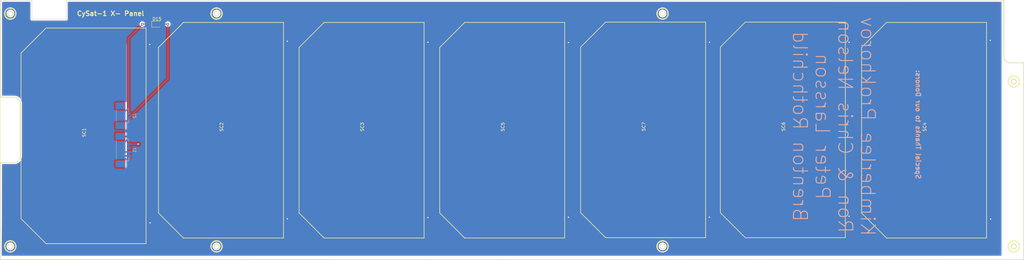
<source format=kicad_pcb>
(kicad_pcb (version 20211014) (generator pcbnew)
  (title_block (title "CySat X- Panel") (date "2022-06-23") (rev "4") (company "Iowa State University") (comment 1 "Matthew E. Nelson"))
  (layers (0 "F.Cu" signal) (31 "B.Cu" signal) (34 "B.Paste" user) (35 "F.Paste" user) (36 "B.SilkS" user "B.Silkscreen") (37 "F.SilkS" user "F.Silkscreen") (38 "B.Mask" user) (39 "F.Mask" user) (44 "Edge.Cuts" user))
  (net 0 "")
  (net 1 "VSS")
  (net 2 "VCC")
  (net 3 "Net-(D15-Pad1)")
  (net 4 "Net-(D15-Pad2)")
  (footprint "Diode_SMD:D_0805_2012Metric" (layer "F.Cu") (at 103.1 108.8)
    (fp_text reference "D15" (at 0 -1.65) (layer "F.SilkS"))
    (fp_text value "D_Photo")
    (fp_line (start 1 -0.96) (end -1.685 -0.96) (layer "F.SilkS") (width 0.12))
    (fp_line (start -1.685 0.96) (end 1 0.96) (layer "F.SilkS") (width 0.12))
    (fp_line (start -1.685 -0.96) (end -1.685 0.96) (layer "F.SilkS") (width 0.12))
    (pad "1" smd roundrect locked (at -0.9375 0) (size 0.975 1.4) (layers "F.Cu" "F.Paste" "F.Mask") (net 3 "Net-(D15-Pad1)"))
    (pad "2" smd roundrect locked (at 0.9375 0) (size 0.975 1.4) (layers "F.Cu" "F.Paste" "F.Mask") (net 4 "Net-(D15-Pad2)"))
  )
  (footprint "CySat:Spectrolabs_UTJ" (layer "F.Cu") (at 80.3 143.5 90)
    (fp_text reference "SC1" (at 0 -0.5 90 unlocked) (layer "F.SilkS"))
    (fp_text value "Solar_Cell")
    (fp_line (start -35.56 19.3) (end -35.56 -12.7) (layer "F.SilkS") (width 0.2))
    (fp_line (start -27.56 -20.7) (end 25.44 -20.7) (layer "F.SilkS") (width 0.2))
    (fp_line (start 25.44 -20.7) (end 33.44 -12.7) (layer "F.SilkS") (width 0.2))
    (fp_line (start -35.56 -12.7) (end -27.56 -20.7) (layer "F.SilkS") (width 0.2))
    (fp_line (start 33.44 19.3) (end -35.56 19.3) (layer "F.SilkS") (width 0.2))
    (fp_line (start 33.44 -12.7) (end 33.44 19.3) (layer "F.SilkS") (width 0.2))
    (pad "1" smd rect (at -1.27 0 90) (size 58.42 25.4) (layers "F.Cu" "F.Paste" "F.Mask") (net 2 "VCC"))
    (pad "2" smd rect (at -25.52 20.5 270) (size 2.5 2.5) (layers "F.Cu" "F.Paste" "F.Mask") (net 1 "VSS"))
    (pad "2" smd rect (at 18.48 20.5 270) (size 2.5 2.5) (layers "F.Cu" "F.Paste" "F.Mask") (net 1 "VSS"))
    (pad "2" smd rect (at -20.52 20.5 270) (size 2.5 2.5) (layers "F.Cu" "F.Paste" "F.Mask") (net 1 "VSS"))
    (pad "2" smd rect (at 23.48 20.5 270) (size 2.5 2.5) (layers "F.Cu" "F.Paste" "F.Mask") (net 1 "VSS"))
    (pad "3" smd rect (at 0.88 20.5 270) (size 2.5 2.5) (layers "F.Cu" "F.Paste" "F.Mask"))
    (pad "3" smd rect (at -3.12 20.5 270) (size 2.5 2.5) (layers "F.Cu" "F.Paste" "F.Mask"))
  )
  (footprint "CySat:Spectrolabs_UTJ" (layer "F.Cu") (at 124.3 141.7 90)
    (fp_text reference "SC2" (at 0 -0.5 90 unlocked) (layer "F.SilkS"))
    (fp_text value "Solar_Cell")
    (fp_line (start -35.56 19.3) (end -35.56 -12.7) (layer "F.SilkS") (width 0.2))
    (fp_line (start 25.44 -20.7) (end 33.44 -12.7) (layer "F.SilkS") (width 0.2))
    (fp_line (start 33.44 -12.7) (end 33.44 19.3) (layer "F.SilkS") (width 0.2))
    (fp_line (start 33.44 19.3) (end -35.56 19.3) (layer "F.SilkS") (width 0.2))
    (fp_line (start -27.56 -20.7) (end 25.44 -20.7) (layer "F.SilkS") (width 0.2))
    (fp_line (start -35.56 -12.7) (end -27.56 -20.7) (layer "F.SilkS") (width 0.2))
    (pad "1" smd rect (at -1.27 0 90) (size 58.42 25.4) (layers "F.Cu" "F.Paste" "F.Mask") (net 2 "VCC"))
    (pad "2" smd rect (at 23.48 20.5 270) (size 2.5 2.5) (layers "F.Cu" "F.Paste" "F.Mask") (net 1 "VSS"))
    (pad "2" smd rect (at -20.52 20.5 270) (size 2.5 2.5) (layers "F.Cu" "F.Paste" "F.Mask") (net 1 "VSS"))
    (pad "2" smd rect (at 18.48 20.5 270) (size 2.5 2.5) (layers "F.Cu" "F.Paste" "F.Mask") (net 1 "VSS"))
    (pad "2" smd rect (at -25.52 20.5 270) (size 2.5 2.5) (layers "F.Cu" "F.Paste" "F.Mask") (net 1 "VSS"))
    (pad "3" smd rect (at -3.12 20.5 270) (size 2.5 2.5) (layers "F.Cu" "F.Paste" "F.Mask"))
    (pad "3" smd rect (at 0.88 20.5 270) (size 2.5 2.5) (layers "F.Cu" "F.Paste" "F.Mask"))
  )
  (footprint "CySat:Spectrolabs_UTJ" (layer "F.Cu") (at 169.3 141.7 90)
    (fp_text reference "SC3" (at 0 -0.5 90 unlocked) (layer "F.SilkS"))
    (fp_text value "Solar_Cell")
    (fp_line (start 25.44 -20.7) (end 33.44 -12.7) (layer "F.SilkS") (width 0.2))
    (fp_line (start -35.56 -12.7) (end -27.56 -20.7) (layer "F.SilkS") (width 0.2))
    (fp_line (start -35.56 19.3) (end -35.56 -12.7) (layer "F.SilkS") (width 0.2))
    (fp_line (start 33.44 19.3) (end -35.56 19.3) (layer "F.SilkS") (width 0.2))
    (fp_line (start -27.56 -20.7) (end 25.44 -20.7) (layer "F.SilkS") (width 0.2))
    (fp_line (start 33.44 -12.7) (end 33.44 19.3) (layer "F.SilkS") (width 0.2))
    (pad "1" smd rect (at -1.27 0 90) (size 58.42 25.4) (layers "F.Cu" "F.Paste" "F.Mask") (net 2 "VCC"))
    (pad "2" smd rect (at 23.48 20.5 270) (size 2.5 2.5) (layers "F.Cu" "F.Paste" "F.Mask") (net 1 "VSS"))
    (pad "2" smd rect (at 18.48 20.5 270) (size 2.5 2.5) (layers "F.Cu" "F.Paste" "F.Mask") (net 1 "VSS"))
    (pad "2" smd rect (at -20.52 20.5 270) (size 2.5 2.5) (layers "F.Cu" "F.Paste" "F.Mask") (net 1 "VSS"))
    (pad "2" smd rect (at -25.52 20.5 270) (size 2.5 2.5) (layers "F.Cu" "F.Paste" "F.Mask") (net 1 "VSS"))
    (pad "3" smd rect (at 0.88 20.5 270) (size 2.5 2.5) (layers "F.Cu" "F.Paste" "F.Mask"))
    (pad "3" smd rect (at -3.12 20.5 270) (size 2.5 2.5) (layers "F.Cu" "F.Paste" "F.Mask"))
  )
  (footprint "CySat:Spectrolabs_UTJ" (layer "F.Cu") (at 349.3 141.7 90)
    (fp_text reference "SC4" (at 0 -0.5 90 unlocked) (layer "F.SilkS"))
    (fp_text value "Solar_Cell")
    (fp_line (start -27.56 -20.7) (end 25.44 -20.7) (layer "F.SilkS") (width 0.2))
    (fp_line (start 33.44 19.3) (end -35.56 19.3) (layer "F.SilkS") (width 0.2))
    (fp_line (start -35.56 -12.7) (end -27.56 -20.7) (layer "F.SilkS") (width 0.2))
    (fp_line (start 33.44 -12.7) (end 33.44 19.3) (layer "F.SilkS") (width 0.2))
    (fp_line (start -35.56 19.3) (end -35.56 -12.7) (layer "F.SilkS") (width 0.2))
    (fp_line (start 25.44 -20.7) (end 33.44 -12.7) (layer "F.SilkS") (width 0.2))
    (pad "1" smd rect (at -1.27 0 90) (size 58.42 25.4) (layers "F.Cu" "F.Paste" "F.Mask") (net 2 "VCC"))
    (pad "2" smd rect (at -25.52 20.5 270) (size 2.5 2.5) (layers "F.Cu" "F.Paste" "F.Mask") (net 1 "VSS"))
    (pad "2" smd rect (at 18.48 20.5 270) (size 2.5 2.5) (layers "F.Cu" "F.Paste" "F.Mask") (net 1 "VSS"))
    (pad "2" smd rect (at -20.52 20.5 270) (size 2.5 2.5) (layers "F.Cu" "F.Paste" "F.Mask") (net 1 "VSS"))
    (pad "2" smd rect (at 23.48 20.5 270) (size 2.5 2.5) (layers "F.Cu" "F.Paste" "F.Mask") (net 1 "VSS"))
    (pad "3" smd rect (at 0.88 20.5 270) (size 2.5 2.5) (layers "F.Cu" "F.Paste" "F.Mask"))
    (pad "3" smd rect (at -3.12 20.5 270) (size 2.5 2.5) (layers "F.Cu" "F.Paste" "F.Mask"))
  )
  (footprint "CySat:Spectrolabs_UTJ" (layer "F.Cu") (at 214.3 141.7 90)
    (fp_text reference "SC5" (at 0 -0.5 90 unlocked) (layer "F.SilkS"))
    (fp_text value "Solar_Cell")
    (fp_line (start 33.44 -12.7) (end 33.44 19.3) (layer "F.SilkS") (width 0.2))
    (fp_line (start 25.44 -20.7) (end 33.44 -12.7) (layer "F.SilkS") (width 0.2))
    (fp_line (start -35.56 19.3) (end -35.56 -12.7) (layer "F.SilkS") (width 0.2))
    (fp_line (start -27.56 -20.7) (end 25.44 -20.7) (layer "F.SilkS") (width 0.2))
    (fp_line (start 33.44 19.3) (end -35.56 19.3) (layer "F.SilkS") (width 0.2))
    (fp_line (start -35.56 -12.7) (end -27.56 -20.7) (layer "F.SilkS") (width 0.2))
    (pad "1" smd rect (at -1.27 0 90) (size 58.42 25.4) (layers "F.Cu" "F.Paste" "F.Mask") (net 2 "VCC"))
    (pad "2" smd rect (at -25.52 20.5 270) (size 2.5 2.5) (layers "F.Cu" "F.Paste" "F.Mask") (net 1 "VSS"))
    (pad "2" smd rect (at 18.48 20.5 270) (size 2.5 2.5) (layers "F.Cu" "F.Paste" "F.Mask") (net 1 "VSS"))
    (pad "2" smd rect (at 23.48 20.5 270) (size 2.5 2.5) (layers "F.Cu" "F.Paste" "F.Mask") (net 1 "VSS"))
    (pad "2" smd rect (at -20.52 20.5 270) (size 2.5 2.5) (layers "F.Cu" "F.Paste" "F.Mask") (net 1 "VSS"))
    (pad "3" smd rect (at -3.12 20.5 270) (size 2.5 2.5) (layers "F.Cu" "F.Paste" "F.Mask"))
    (pad "3" smd rect (at 0.88 20.5 270) (size 2.5 2.5) (layers "F.Cu" "F.Paste" "F.Mask"))
  )
  (footprint "CySat:Spectrolabs_UTJ" (layer "F.Cu") (at 304.1 141.6 90)
    (fp_text reference "SC6" (at 0 -0.5 90 unlocked) (layer "F.SilkS"))
    (fp_text value "Solar_Cell")
    (fp_line (start 33.44 19.3) (end -35.56 19.3) (layer "F.SilkS") (width 0.2))
    (fp_line (start 33.44 -12.7) (end 33.44 19.3) (layer "F.SilkS") (width 0.2))
    (fp_line (start -35.56 19.3) (end -35.56 -12.7) (layer "F.SilkS") (width 0.2))
    (fp_line (start -27.56 -20.7) (end 25.44 -20.7) (layer "F.SilkS") (width 0.2))
    (fp_line (start -35.56 -12.7) (end -27.56 -20.7) (layer "F.SilkS") (width 0.2))
    (fp_line (start 25.44 -20.7) (end 33.44 -12.7) (layer "F.SilkS") (width 0.2))
    (pad "1" smd rect (at -1.27 0 90) (size 58.42 25.4) (layers "F.Cu" "F.Paste" "F.Mask") (net 2 "VCC"))
    (pad "2" smd rect (at 18.48 20.5 270) (size 2.5 2.5) (layers "F.Cu" "F.Paste" "F.Mask") (net 1 "VSS"))
    (pad "2" smd rect (at -25.52 20.5 270) (size 2.5 2.5) (layers "F.Cu" "F.Paste" "F.Mask") (net 1 "VSS"))
    (pad "2" smd rect (at -20.52 20.5 270) (size 2.5 2.5) (layers "F.Cu" "F.Paste" "F.Mask") (net 1 "VSS"))
    (pad "2" smd rect (at 23.48 20.5 270) (size 2.5 2.5) (layers "F.Cu" "F.Paste" "F.Mask") (net 1 "VSS"))
    (pad "3" smd rect (at -3.12 20.5 270) (size 2.5 2.5) (layers "F.Cu" "F.Paste" "F.Mask"))
    (pad "3" smd rect (at 0.88 20.5 270) (size 2.5 2.5) (layers "F.Cu" "F.Paste" "F.Mask"))
  )
  (footprint "CySat:Spectrolabs_UTJ" (layer "F.Cu") (at 259.4 141.6 90)
    (fp_text reference "SC7" (at 0 -0.5 90 unlocked) (layer "F.SilkS"))
    (fp_text value "Solar_Cell")
    (fp_line (start -35.56 -12.7) (end -27.56 -20.7) (layer "F.SilkS") (width 0.2))
    (fp_line (start -27.56 -20.7) (end 25.44 -20.7) (layer "F.SilkS") (width 0.2))
    (fp_line (start 33.44 -12.7) (end 33.44 19.3) (layer "F.SilkS") (width 0.2))
    (fp_line (start -35.56 19.3) (end -35.56 -12.7) (layer "F.SilkS") (width 0.2))
    (fp_line (start 33.44 19.3) (end -35.56 19.3) (layer "F.SilkS") (width 0.2))
    (fp_line (start 25.44 -20.7) (end 33.44 -12.7) (layer "F.SilkS") (width 0.2))
    (pad "1" smd rect (at -1.27 0 90) (size 58.42 25.4) (layers "F.Cu" "F.Paste" "F.Mask") (net 2 "VCC"))
    (pad "2" smd rect (at -20.52 20.5 270) (size 2.5 2.5) (layers "F.Cu" "F.Paste" "F.Mask") (net 1 "VSS"))
    (pad "2" smd rect (at 23.48 20.5 270) (size 2.5 2.5) (layers "F.Cu" "F.Paste" "F.Mask") (net 1 "VSS"))
    (pad "2" smd rect (at 18.48 20.5 270) (size 2.5 2.5) (layers "F.Cu" "F.Paste" "F.Mask") (net 1 "VSS"))
    (pad "2" smd rect (at -25.52 20.5 270) (size 2.5 2.5) (layers "F.Cu" "F.Paste" "F.Mask") (net 1 "VSS"))
    (pad "3" smd rect (at 0.88 20.5 270) (size 2.5 2.5) (layers "F.Cu" "F.Paste" "F.Mask"))
    (pad "3" smd rect (at -3.12 20.5 270) (size 2.5 2.5) (layers "F.Cu" "F.Paste" "F.Mask"))
  )
  (footprint "Connector_Molex:Molex_PicoBlade_53398-0471_1x04-1MP_P1.25mm_Vertical" (layer "B.Cu") (at 92.83 149.1 90)
    (fp_text reference "J1" (at 0 3.1 90) (layer "B.SilkS") (effects (justify mirror)))
    (fp_text value "Conn_01x04")
    (fp_line (start 3.485 0.26) (end 3.485 1.21) (layer "B.SilkS") (width 0.12))
    (fp_line (start -3.115 -2.71) (end 3.115 -2.71) (layer "B.SilkS") (width 0.12))
    (fp_line (start 3.485 1.21) (end 2.535 1.21) (layer "B.SilkS") (width 0.12))
    (fp_line (start -2.535 1.21) (end -2.535 1.9) (layer "B.SilkS") (width 0.12))
    (fp_line (start -3.485 1.21) (end -2.535 1.21) (layer "B.SilkS") (width 0.12))
    (fp_line (start -3.485 0.26) (end -3.485 1.21) (layer "B.SilkS") (width 0.12))
    (pad "1" smd roundrect locked (at -1.875 1.25 90) (size 0.8 1.3) (layers "B.Cu" "B.Paste" "B.Mask") (net 1 "VSS"))
    (pad "2" smd roundrect locked (at -0.625 1.25 90) (size 0.8 1.3) (layers "B.Cu" "B.Paste" "B.Mask") (net 1 "VSS"))
    (pad "3" smd roundrect locked (at 0.625 1.25 90) (size 0.8 1.3) (layers "B.Cu" "B.Paste" "B.Mask") (net 2 "VCC"))
    (pad "4" smd roundrect locked (at 1.875 1.25 90) (size 0.8 1.3) (layers "B.Cu" "B.Paste" "B.Mask") (net 2 "VCC"))
    (pad "MP" smd roundrect locked (at -4.425 -1.5 90) (size 2.1 3) (layers "B.Cu" "B.Paste" "B.Mask") (roundrect_rratio 0.119047619))
    (pad "MP" smd roundrect locked (at 4.425 -1.5 90) (size 2.1 3) (layers "B.Cu" "B.Paste" "B.Mask") (roundrect_rratio 0.119047619))
  )
  (footprint "Connector_Molex:Molex_PicoBlade_53398-0271_1x02-1MP_P1.25mm_Vertical" (layer "B.Cu") (at 92.83 138.1 90)
    (fp_text reference "J2" (at 0 3.1 90) (layer "B.SilkS") (effects (justify mirror)))
    (fp_text value "Conn_01x02")
    (fp_line (start 2.235 1.21) (end 1.285 1.21) (layer "B.SilkS") (width 0.12))
    (fp_line (start -2.235 1.21) (end -1.285 1.21) (layer "B.SilkS") (width 0.12))
    (fp_line (start -1.865 -2.71) (end 1.865 -2.71) (layer "B.SilkS") (width 0.12))
    (fp_line (start -2.235 0.26) (end -2.235 1.21) (layer "B.SilkS") (width 0.12))
    (fp_line (start -1.285 1.21) (end -1.285 1.9) (layer "B.SilkS") (width 0.12))
    (fp_line (start 2.235 0.26) (end 2.235 1.21) (layer "B.SilkS") (width 0.12))
    (pad "1" smd roundrect locked (at -0.625 1.25 90) (size 0.8 1.3) (layers "B.Cu" "B.Paste" "B.Mask") (net 4 "Net-(D15-Pad2)"))
    (pad "2" smd roundrect locked (at 0.625 1.25 90) (size 0.8 1.3) (layers "B.Cu" "B.Paste" "B.Mask") (net 3 "Net-(D15-Pad1)"))
    (pad "MP" smd roundrect locked (at -3.175 -1.5 90) (size 2.1 3) (layers "B.Cu" "B.Paste" "B.Mask") (roundrect_rratio 0.119047619))
    (pad "MP" smd roundrect locked (at 3.175 -1.5 90) (size 2.1 3) (layers "B.Cu" "B.Paste" "B.Mask") (roundrect_rratio 0.119047619))
  )
  (gr_arc (start 376.596555 127.663828) (mid 376.454123 127.238769) (end 376.543303 126.799442) (layer "F.SilkS") (width 0.2))
  (gr_arc (start 122.925509 179.502504) (mid 123.041535 179.935517) (end 122.925509 180.36853) (layer "F.SilkS") (width 0.2))
  (gr_arc (start 56.558265 179.162154) (mid 56.892729 179.460643) (end 57.033139 179.886374) (layer "F.SilkS") (width 0.2))
  (gr_line (start 380.493509 121.185517) (end 380.493509 184.185517) (layer "F.SilkS") (width 0.2))
  (gr_arc (start 264.92351 104.569492) (mid 265.356522 104.685518) (end 265.673509 105.002505) (layer "F.SilkS") (width 0.2))
  (gr_arc (start 122.17551 179.069492) (mid 122.608522 179.185518) (end 122.925509 179.502505) (layer "F.SilkS") (width 0.2))
  (gr_line (start 52.993524 153.185517) (end 57.343501 153.185517) (layer "F.SilkS") (width 0.2))
  (gr_circle (center 377.318509 179.935517) (end 379.218509 179.935517) (layer "F.SilkS") (width 0.2) (fill none))
  (gr_arc (start 122.925509 105.002504) (mid 123.041535 105.435517) (end 122.925509 105.86853) (layer "F.SilkS") (width 0.2))
  (gr_arc (start 55.388137 105.059992) (mid 55.680449 104.720117) (end 56.103537 104.571933) (layer "F.SilkS") (width 0.2))
  (gr_arc (start 264.173509 105.002504) (mid 264.490496 104.685517) (end 264.923509 104.569492) (layer "F.SilkS") (width 0.2))
  (gr_line (start 59.343505 134.18551) (end 59.343505 151.185517) (layer "F.SilkS") (width 0.2))
  (gr_arc (start 121.425509 179.502504) (mid 121.742496 179.185517) (end 122.175509 179.069492) (layer "F.SilkS") (width 0.2))
  (gr_arc (start 264.17351 180.36853) (mid 264.057484 179.935518) (end 264.173509 179.502505) (layer "F.SilkS") (width 0.2))
  (gr_arc (start 122.92551 180.36853) (mid 122.608522 180.685518) (end 122.175509 180.801543) (layer "F.SilkS") (width 0.2))
  (gr_arc (start 265.67351 180.36853) (mid 265.356522 180.685518) (end 264.923509 180.801543) (layer "F.SilkS") (width 0.2))
  (gr_circle (center 264.923509 105.435517) (end 266.823509 105.435517) (layer "F.SilkS") (width 0.2) (fill none))
  (gr_arc (start 121.42551 105.86853) (mid 121.309484 105.435518) (end 121.425509 105.002505) (layer "F.SilkS") (width 0.2))
  (gr_circle (center 122.175509 105.435517) (end 123.885509 105.435517) (layer "F.SilkS") (width 0.2) (fill none))
  (gr_arc (start 122.92551 105.86853) (mid 122.608522 106.185518) (end 122.175509 106.301543) (layer "F.SilkS") (width 0.2))
  (gr_circle (center 56.168509 105.435517) (end 58.068509 105.435517) (layer "F.SilkS") (width 0.2) (fill none))
  (gr_arc (start 56.103537 104.571932) (mid 56.544034 104.655144) (end 56.88391 104.947457) (layer "F.SilkS") (width 0.2))
  (gr_arc (start 57.033139 179.886374) (mid 56.941872 180.325273) (end 56.643383 180.659737) (layer "F.SilkS") (width 0.2))
  (gr_arc (start 264.923509 180.801543) (mid 264.490496 180.685518) (end 264.173509 180.36853) (layer "F.SilkS") (width 0.2))
  (gr_circle (center 264.923509 179.935517) (end 266.633509 179.935517) (layer "F.SilkS") (width 0.2) (fill none))
  (gr_arc (start 55.45311 105.923577) (mid 55.304925 105.50049) (end 55.388137 105.059993) (layer "F.SilkS") (width 0.2))
  (gr_circle (center 122.175509 179.935517) (end 123.885509 179.935517) (layer "F.SilkS") (width 0.2) (fill none))
  (gr_line (start 52.993524 132.18551) (end 57.343501 132.18551) (layer "F.SilkS") (width 0.2))
  (gr_arc (start 377.907182 180.570705) (mid 377.510721 180.779942) (end 377.062757 180.762917) (layer "F.SilkS") (width 0.2))
  (gr_circle (center 56.168509 179.935517) (end 57.878509 179.935517) (layer "F.SilkS") (width 0.2) (fill none))
  (gr_arc (start 56.643383 180.659737) (mid 56.217652 180.800147) (end 55.778753 180.70888) (layer "F.SilkS") (width 0.2))
  (gr_arc (start 377.265257 126.32113) (mid 377.704585 126.41031) (end 378.040464 126.707206) (layer "F.SilkS") (width 0.2))
  (gr_arc (start 55.778754 180.708879) (mid 55.44429 180.410391) (end 55.30388 179.98466) (layer "F.SilkS") (width 0.2))
  (gr_line (start 52.993524 132.185517) (end 52.993524 153.185517) (layer "F.SilkS") (width 0.2))
  (gr_arc (start 378.040464 126.707206) (mid 378.182896 127.132265) (end 378.093716 127.571593) (layer "F.SilkS") (width 0.2))
  (gr_arc (start 59.343509 151.185517) (mid 58.757723 152.599731) (end 57.343509 153.185517) (layer "F.SilkS") (width 0.2))
  (gr_arc (start 378.093716 127.571593) (mid 377.79682 127.907472) (end 377.371761 128.049904) (layer "F.SilkS") (width 0.2))
  (gr_arc (start 122.17551 104.569492) (mid 122.608522 104.685518) (end 122.925509 105.002505) (layer "F.SilkS") (width 0.2))
  (gr_arc (start 376.474084 180.127729) (mid 376.49111 179.679765) (end 376.729836 179.300329) (layer "F.SilkS") (width 0.2))
  (gr_arc (start 56.233482 106.299102) (mid 55.792985 106.21589) (end 55.453109 105.923578) (layer "F.SilkS") (width 0.2))
  (gr_arc (start 265.673509 105.002504) (mid 265.789535 105.435517) (end 265.673509 105.86853) (layer "F.SilkS") (width 0.2))
  (gr_arc (start 377.371761 128.049903) (mid 376.932434 127.960723) (end 376.596555 127.663828) (layer "F.SilkS") (width 0.2))
  (gr_arc (start 121.42551 180.36853) (mid 121.309484 179.935518) (end 121.425509 179.502505) (layer "F.SilkS") (width 0.2))
  (gr_line (start 52.993524 184.185517) (end 52.993524 153.185517) (layer "F.SilkS") (width 0.2))
  (gr_circle (center 56.168509 179.935517) (end 58.068509 179.935517) (layer "F.SilkS") (width 0.2) (fill none))
  (gr_arc (start 376.143509 121.185517) (mid 374.729295 120.599731) (end 374.143509 119.185517) (layer "F.SilkS") (width 0.2))
  (gr_arc (start 264.17351 105.86853) (mid 264.057484 105.435518) (end 264.173509 105.002505) (layer "F.SilkS") (width 0.2))
  (gr_circle (center 264.923509 105.435517) (end 266.633509 105.435517) (layer "F.SilkS") (width 0.2) (fill none))
  (gr_arc (start 122.175509 106.301543) (mid 121.742496 106.185518) (end 121.425509 105.86853) (layer "F.SilkS") (width 0.2))
  (gr_arc (start 376.729836 179.300328) (mid 377.126298 179.091091) (end 377.574262 179.108117) (layer "F.SilkS") (width 0.2))
  (gr_arc (start 264.173509 179.502504) (mid 264.490496 179.185517) (end 264.923509 179.069492) (layer "F.SilkS") (width 0.2))
  (gr_arc (start 122.175509 180.801543) (mid 121.742496 180.685518) (end 121.425509 180.36853) (layer "F.SilkS") (width 0.2))
  (gr_line (start 380.493509 121.185517) (end 376.143509 121.185517) (layer "F.SilkS") (width 0.2))
  (gr_arc (start 56.948882 105.811041) (mid 56.65657 106.150917) (end 56.233482 106.299102) (layer "F.SilkS") (width 0.2))
  (gr_arc (start 121.425509 105.002504) (mid 121.742496 104.685517) (end 122.175509 104.569492) (layer "F.SilkS") (width 0.2))
  (gr_line (start 380.493509 184.185517) (end 52.993524 184.185517) (layer "F.SilkS") (width 0.2))
  (gr_line (start 374.14351 101.185518) (end 374.14351 119.185517) (layer "F.SilkS") (width 0.2))
  (gr_circle (center 264.923509 179.935517) (end 266.823509 179.935517) (layer "F.SilkS") (width 0.2) (fill none))
  (gr_arc (start 57.343509 132.185509) (mid 58.757723 132.771295) (end 59.343509 134.185509) (layer "F.SilkS") (width 0.2))
  (gr_arc (start 377.574262 179.108117) (mid 377.953698 179.346844) (end 378.162935 179.743306) (layer "F.SilkS") (width 0.2))
  (gr_arc (start 377.062757 180.762917) (mid 376.683321 180.52419) (end 376.474084 180.127729) (layer "F.SilkS") (width 0.2))
  (gr_arc (start 56.88391 104.947457) (mid 57.032094 105.370545) (end 56.948882 105.811042) (layer "F.SilkS") (width 0.2))
  (gr_circle (center 122.175509 105.435517) (end 124.075509 105.435517) (layer "F.SilkS") (width 0.2) (fill none))
  (gr_arc (start 376.543303 126.799441) (mid 376.840199 126.463562) (end 377.265258 126.321131) (layer "F.SilkS") (width 0.2))
  (gr_arc (start 265.673509 179.502504) (mid 265.789535 179.935517) (end 265.673509 180.36853) (layer "F.SilkS") (width 0.2))
  (gr_circle (center 122.175509 179.935517) (end 124.075509 179.935517) (layer "F.SilkS") (width 0.2) (fill none))
  (gr_arc (start 55.693635 179.211296) (mid 56.119367 179.070886) (end 56.558266 179.162154) (layer "F.SilkS") (width 0.2))
  (gr_circle (center 377.318509 127.185517) (end 379.218509 127.185517) (layer "F.SilkS") (width 0.2) (fill none))
  (gr_arc (start 55.30388 179.984659) (mid 55.395147 179.545761) (end 55.693636 179.211297) (layer "F.SilkS") (width 0.2))
  (gr_arc (start 378.162935 179.743304) (mid 378.14591 180.191269) (end 377.907183 180.570705) (layer "F.SilkS") (width 0.2))
  (gr_circle (center 377.318509 127.185517) (end 379.028509 127.185517) (layer "F.SilkS") (width 0.2) (fill none))
  (gr_circle (center 56.168509 105.435517) (end 57.878509 105.435517) (layer "F.SilkS") (width 0.2) (fill none))
  (gr_line (start 52.993524 132.18551) (end 52.993524 101.185518) (layer "F.SilkS") (width 0.2))
  (gr_arc (start 264.92351 179.069492) (mid 265.356522 179.185518) (end 265.673509 179.502505) (layer "F.SilkS") (width 0.2))
  (gr_circle (center 377.318509 179.935517) (end 379.028509 179.935517) (layer "F.SilkS") (width 0.2) (fill none))
  (gr_line (start 380.482 121.1905) (end 380.482 184.246) (layer "Edge.Cuts") (width 0.15))
  (gr_line (start 74.08 101.18) (end 374.1955 101.188) (layer "Edge.Cuts") (width 0.15))
  (gr_circle (center 56.1875 179.9153) (end 56.1621 179.1406) (layer "Edge.Cuts") (width 0.15) (fill none))
  (gr_line (start 53.076 153.131) (end 57.394 153.131) (layer "Edge.Cuts") (width 0.15))
  (gr_circle (center 56.2002 105.4044) (end 56.2256 104.6297) (layer "Edge.Cuts") (width 0.15) (fill none))
  (gr_arc (start 59.426 151.099) (mid 58.830841 152.535841) (end 57.394 153.131) (layer "Edge.Cuts") (width 0.15))
  (gr_line (start 74.08 107.2) (end 74.08 101.18) (layer "Edge.Cuts") (width 0.15))
  (gr_arc (start 57.521 132.176) (mid 58.868038 132.733962) (end 59.426 134.081) (layer "Edge.Cuts") (width 0.15))
  (gr_line (start 53.076 132.176) (end 53.076 101.188) (layer "Edge.Cuts") (width 0.15))
  (gr_line (start 59.426 151.099) (end 59.426 134.081) (layer "Edge.Cuts") (width 0.15))
  (gr_line (start 63.07 107.2) (end 74.08 107.2) (layer "Edge.Cuts") (width 0.15))
  (gr_line (start 63.08 101.19) (end 63.07 107.2) (layer "Edge.Cuts") (width 0.15))
  (gr_line (start 52.949 184.119) (end 53.076 153.131) (layer "Edge.Cuts") (width 0.15))
  (gr_circle (center 377.307 127.223) (end 377.2943 126.4483) (layer "Edge.Cuts") (width 0.15) (fill none))
  (gr_line (start 374.1955 101.188) (end 374.132 119.4125) (layer "Edge.Cuts") (width 0.15))
  (gr_circle (center 264.9247 105.4044) (end 264.8993 104.6297) (layer "Edge.Cuts") (width 0.15) (fill none))
  (gr_circle (center 264.912 179.928) (end 265.3184 179.2676) (layer "Edge.Cuts") (width 0.15) (fill none))
  (gr_arc (start 375.91 121.1905) (mid 374.652764 120.669736) (end 374.132 119.4125) (layer "Edge.Cuts") (width 0.15))
  (gr_line (start 375.91 121.1905) (end 380.482 121.1905) (layer "Edge.Cuts") (width 0.15))
  (gr_line (start 57.521 132.176) (end 53.076 132.176) (layer "Edge.Cuts") (width 0.15))
  (gr_circle (center 122.1513 179.928) (end 122.3926 179.1914) (layer "Edge.Cuts") (width 0.15) (fill none))
  (gr_line (start 380.482 184.246) (end 52.949 184.119) (layer "Edge.Cuts") (width 0.15))
  (gr_line (start 53.076 101.188) (end 63.08 101.19) (layer "Edge.Cuts") (width 0.15))
  (gr_circle (center 122.1894 105.4171) (end 122.1767 104.6424) (layer "Edge.Cuts") (width 0.15) (fill none))
  (gr_circle (center 377.307 179.9915) (end 377.942 179.547) (layer "Edge.Cuts") (width 0.15) (fill none))
  (gr_text "Special Thanks to our Donors:" (at 346.71 140.97 270) (layer "B.SilkS") (effects (font (size 1.5 1.5) (thickness 0.3)) (justify mirror)))
  (gr_text "Kimberlee Prokhorov\nRon & Chris Nelson\nPeter Larsson\nBrenton Rothchild" (at 319.73 141.55 -90) (layer "B.SilkS") (effects (font (size 4.5 4.5) (thickness 0.3)) (justify mirror)))
  (gr_text "CySat-1 X- Panel" (at 88.265 105.41) (layer "F.SilkS") (effects (font (size 1.5 1.5) (thickness 0.3))))
  (segment (start 369.8 162.22) (end 369.8 167.22) (width 0.25) (layer "F.Cu") (net 1))
  (segment (start 324.6 118.12) (end 324.6 123.12) (width 0.25) (layer "F.Cu") (net 1))
  (segment (start 324.6 118.12) (end 324.6 114.6) (width 0.25) (layer "F.Cu") (net 1))
  (segment (start 144.8 162.22) (end 144.8 167.22) (width 0.25) (layer "F.Cu") (net 1))
  (segment (start 100.8 172.3) (end 100.9 172.4) (width 0.25) (layer "F.Cu") (net 1))
  (segment (start 369.8 118.22) (end 369.8 114) (width 0.25) (layer "F.Cu") (net 1))
  (segment (start 279.9 162.12) (end 279.9 167.12) (width 0.25) (layer "F.Cu") (net 1))
  (segment (start 279.9 167.12) (end 279.9 170.6) (width 0.25) (layer "F.Cu") (net 1))
  (segment (start 234.8 167.22) (end 234.8 170.6) (width 0.25) (layer "F.Cu") (net 1))
  (segment (start 100.8 164.02) (end 100.8 169.02) (width 0.25) (layer "F.Cu") (net 1))
  (segment (start 100.8 120.02) (end 100.8 115.3) (width 0.25) (layer "F.Cu") (net 1))
  (segment (start 189.8 162.22) (end 189.8 167.22) (width 0.25) (layer "F.Cu") (net 1))
  (segment (start 189.8 118.22) (end 189.8 123.22) (width 0.25) (layer "F.Cu") (net 1))
  (segment (start 144.8 167.22) (end 144.8 171.1) (width 0.25) (layer "F.Cu") (net 1))
  (segment (start 100.8 120.02) (end 100.8 125.02) (width 0.25) (layer "F.Cu") (net 1))
  (segment (start 279.9 118.12) (end 279.9 123.12) (width 0.25) (layer "F.Cu") (net 1))
  (segment (start 369.8 167.22) (end 369.8 171.1) (width 0.25) (layer "F.Cu") (net 1))
  (segment (start 234.8 162.22) (end 234.8 167.22) (width 0.25) (layer "F.Cu") (net 1))
  (segment (start 369.8 118.22) (end 369.8 123.22) (width 0.25) (layer "F.Cu") (net 1))
  (segment (start 234.8 118.22) (end 234.8 114.7) (width 0.25) (layer "F.Cu") (net 1))
  (segment (start 144.8 118.22) (end 144.8 114.3) (width 0.25) (layer "F.Cu") (net 1))
  (segment (start 234.8 118.22) (end 234.8 123.22) (width 0.25) (layer "F.Cu") (net 1))
  (segment (start 324.6 162.12) (end 324.6 167.12) (width 0.25) (layer "F.Cu") (net 1))
  (segment (start 189.8 167.22) (end 189.8 170.7) (width 0.25) (layer "F.Cu") (net 1))
  (segment (start 144.8 118.22) (end 144.8 123.22) (width 0.25) (layer "F.Cu") (net 1))
  (segment (start 189.8 118.22) (end 189.8 114.6) (width 0.25) (layer "F.Cu") (net 1))
  (segment (start 324.6 167.12) (end 324.6 170.3) (width 0.25) (layer "F.Cu") (net 1))
  (segment (start 369.8 171.1) (end 369.9 171.2) (width 0.25) (layer "F.Cu") (net 1))
  (segment (start 279.9 118.12) (end 279.9 114.6) (width 0.25) (layer "F.Cu") (net 1))
  (segment (start 100.8 169.02) (end 100.8 172.3) (width 0.25) (layer "F.Cu") (net 1))
  (via (at 100.9 172.4) (size 0.8) (drill 0.4) (layers "F.Cu" "B.Cu") (net 1))
  (via (at 100.8 115.3) (size 0.8) (drill 0.4) (layers "F.Cu" "B.Cu") (net 1))
  (via (at 234.8 170.6) (size 0.8) (drill 0.4) (layers "F.Cu" "B.Cu") (net 1))
  (via (at 324.6 114.6) (size 0.8) (drill 0.4) (layers "F.Cu" "B.Cu") (net 1))
  (via (at 144.8 114.3) (size 0.8) (drill 0.4) (layers "F.Cu" "B.Cu") (net 1))
  (via (at 189.8 170.7) (size 0.8) (drill 0.4) (layers "F.Cu" "B.Cu") (net 1))
  (via (at 189.8 114.6) (size 0.8) (drill 0.4) (layers "F.Cu" "B.Cu") (net 1))
  (via (at 279.9 114.6) (size 0.8) (drill 0.4) (layers "F.Cu" "B.Cu") (net 1))
  (via (at 324.6 170.3) (size 0.8) (drill 0.4) (layers "F.Cu" "B.Cu") (net 1))
  (via (at 144.8 171.1) (size 0.8) (drill 0.4) (layers "F.Cu" "B.Cu") (net 1))
  (via (at 369.9 171.2) (size 0.8) (drill 0.4) (layers "F.Cu" "B.Cu") (net 1))
  (via (at 234.8 114.7) (size 0.8) (drill 0.4) (layers "F.Cu" "B.Cu") (net 1))
  (via (at 369.8 114) (size 0.8) (drill 0.4) (layers "F.Cu" "B.Cu") (net 1))
  (via (at 279.9 170.6) (size 0.8) (drill 0.4) (layers "F.Cu" "B.Cu") (net 1))
  (via (at 97.1 147.2) (size 0.8) (drill 0.4) (layers "F.Cu" "B.Cu") (net 2))
  (segment (start 94.08 147.225) (end 97.075 147.225) (width 0.25) (layer "B.Cu") (net 2))
  (segment (start 94.08 147.225) (end 94.08 148.475) (width 0.25) (layer "B.Cu") (net 2))
  (segment (start 97.075 147.225) (end 97.1 147.2) (width 0.25) (layer "B.Cu") (net 2))
  (segment (start 102.1625 108.8) (end 98.4 108.8) (width 0.25) (layer "F.Cu") (net 3))
  (via (at 98.4 108.8) (size 0.8) (drill 0.4) (layers "F.Cu" "B.Cu") (net 3))
  (segment (start 98.4 108.9) (end 98.4 108.8) (width 0.25) (layer "B.Cu") (net 3))
  (segment (start 94.08 113.22) (end 98.4 108.9) (width 0.25) (layer "B.Cu") (net 3))
  (segment (start 94.08 137.475) (end 94.08 113.22) (width 0.25) (layer "B.Cu") (net 3))
  (segment (start 106.6 108.8) (end 104.0375 108.8) (width 0.25) (layer "F.Cu") (net 4))
  (via (at 106.6 108.8) (size 0.8) (drill 0.4) (layers "F.Cu" "B.Cu") (net 4))
  (segment (start 94.08 138.725) (end 94.221783 138.725) (width 0.25) (layer "B.Cu") (net 4))
  (segment (start 106.6 126.346783) (end 106.6 108.8) (width 0.25) (layer "B.Cu") (net 4))
  (segment (start 94.221783 138.725) (end 106.6 126.346783) (width 0.25) (layer "B.Cu") (net 4))
  (zone (net 2) (net_name "VCC") (layer "F.Cu") (connect_pads (clearance 0.508)) (min_thickness 0.254) (fill yes (thermal_gap 0.508) (thermal_bridge_width 0.508))
    (polygon (pts (xy 373.38 182.88) (xy 53.34 182.88) (xy 53.34 101.6) (xy 373.38 101.6)))
  )
  (zone (net 0) (net_name "") (layers F&B.Cu) (connect_pads (clearance 0)) (min_thickness 0.254)
    (keepout (tracks not_allowed) (vias not_allowed) (pads allowed) (copperpour not_allowed) (footprints allowed))
    (fill (thermal_gap 0.508) (thermal_bridge_width 0.508))
    (polygon (pts (xy 53.34 153.162) (xy 53.34 132.207) (xy 57.8104 132.207) (xy 58.7248 132.4356) (xy 59.309 132.969) (xy 59.6392 133.6802) (xy 59.69 134.112) (xy 59.69 151.13) (xy 59.6138 151.638) (xy 59.436 152.0952) (xy 59.055 152.6032) (xy 58.547 152.9334) (xy 58.0898 153.1112) (xy 57.531 153.162)))
  )
  (zone (net 1) (net_name "VSS") (layer "B.Cu") (connect_pads (clearance 0.508)) (min_thickness 0.254) (fill yes (thermal_gap 0.508) (thermal_bridge_width 0.508))
    (polygon (pts (xy 373.38 182.88) (xy 53.34 182.88) (xy 53.34 101.6) (xy 373.38 101.6)))
  )
)
</source>
